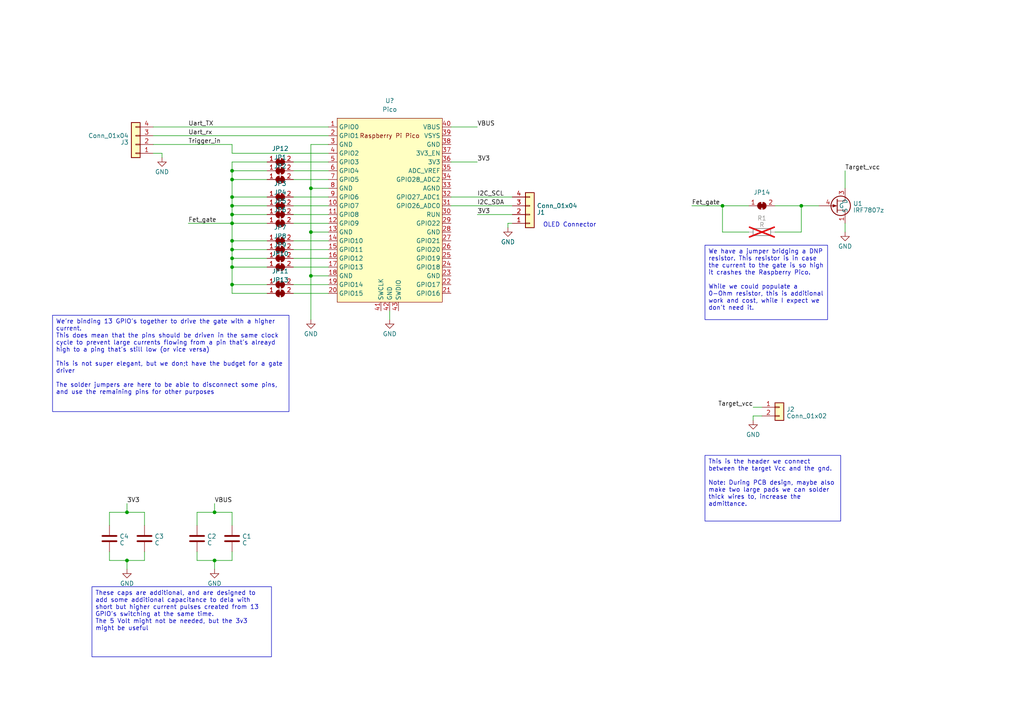
<source format=kicad_sch>
(kicad_sch (version 20230121) (generator eeschema)
  (paper "A4")
  (title_block (title "Glitchifier 9000") (date "2023-02-11") (rev "0.1") (company "Riscure Federation of Entertainers and Funny Endeavors (RISCUFEFE)") (comment 1 "Jetse Brouwer"))
  (lib_symbols
    (symbol "Connector_Generic:Conn_01x02" (pin_names (offset 1.016) hide)
      (property "Reference" "J" (at 0 2.54 0))
      (property "Value" "Conn_01x02" (at 0 -5.08 0))
      (symbol "Conn_01x02_1_1"
        (rectangle (start -1.27 -2.413) (end 0 -2.667) (stroke (width 0.1524)))
        (rectangle (start -1.27 0.127) (end 0 -0.127) (stroke (width 0.1524)))
        (rectangle (start -1.27 1.27) (end 1.27 -3.81) (stroke (width 0.254)) (fill (type background)))
        (pin passive line (at -5.08 0 0) (length 3.81) (name "Pin_1") (number "1"))
        (pin passive line (at -5.08 -2.54 0) (length 3.81) (name "Pin_2") (number "2"))
      )
    )
    (symbol "Connector_Generic:Conn_01x04" (pin_names (offset 1.016) hide)
      (property "Reference" "J" (at 0 5.08 0))
      (property "Value" "Conn_01x04" (at 0 -7.62 0))
      (symbol "Conn_01x04_1_1"
        (rectangle (start -1.27 -4.953) (end 0 -5.207) (stroke (width 0.1524)))
        (rectangle (start -1.27 -2.413) (end 0 -2.667) (stroke (width 0.1524)))
        (rectangle (start -1.27 0.127) (end 0 -0.127) (stroke (width 0.1524)))
        (rectangle (start -1.27 2.667) (end 0 2.413) (stroke (width 0.1524)))
        (rectangle (start -1.27 3.81) (end 1.27 -6.35) (stroke (width 0.254)) (fill (type background)))
        (pin passive line (at -5.08 2.54 0) (length 3.81) (name "Pin_1") (number "1"))
        (pin passive line (at -5.08 0 0) (length 3.81) (name "Pin_2") (number "2"))
        (pin passive line (at -5.08 -2.54 0) (length 3.81) (name "Pin_3") (number "3"))
        (pin passive line (at -5.08 -5.08 0) (length 3.81) (name "Pin_4") (number "4"))
      )
    )
    (symbol "Device:C" (pin_numbers hide) (pin_names (offset 0.254))
      (property "Reference" "C" (at 0.635 2.54 0))
      (property "Value" "C" (at 0.635 -2.54 0))
      (symbol "C_0_1"
        (polyline (pts (xy -2.032 -0.762) (xy 2.032 -0.762)) (stroke (width 0.508)))
        (polyline (pts (xy -2.032 0.762) (xy 2.032 0.762)) (stroke (width 0.508)))
      )
      (symbol "C_1_1"
        (pin passive line (at 0 3.81 270) (length 2.794) (name "~") (number "1"))
        (pin passive line (at 0 -3.81 90) (length 2.794) (name "~") (number "2"))
      )
    )
    (symbol "Device:R" (pin_numbers hide) (pin_names (offset 0))
      (property "Reference" "R" (at 2.032 0 90))
      (property "Value" "R" (at 0 0 90))
      (symbol "R_0_1"
        (rectangle (start -1.016 -2.54) (end 1.016 2.54) (stroke (width 0.254)))
      )
      (symbol "R_1_1"
        (pin passive line (at 0 3.81 270) (length 1.27) (name "~") (number "1"))
        (pin passive line (at 0 -3.81 90) (length 1.27) (name "~") (number "2"))
      )
    )
    (symbol "IRF7807z:IRF7807z"
      (property "Reference" "U" (at -5.08 5.08 0))
      (property "Value" "IRF7807z" (at -6.35 -3.81 0))
      (symbol "IRF7807z_0_1"
        (polyline (pts (xy -1.016 1.905) (xy -1.016 -1.905) (xy -1.016 -1.905)) (stroke (width 0.254)))
        (polyline (pts (xy 1.27 -2.54) (xy 1.27 -1.27) (xy -1.016 -1.27)))
        (polyline (pts (xy 1.27 2.54) (xy 1.27 1.397) (xy -1.016 1.397)))
        (polyline (pts (xy -1.27 0) (xy -2.286 0.381) (xy -2.286 -0.381) (xy -1.27 0)) (fill (type outline)))
        (circle (center 0 0) (radius 2.8194) (stroke (width 0.254)))
      )
      (symbol "IRF7807z_1_1"
        (pin passive line (at 1.27 -5.08 90) (length 2.54) (name "S") (number "1"))
        (pin passive line (at 1.27 5.08 270) (length 2.54) (name "D") (number "3"))
        (pin input line (at -6.35 0 0) (length 5.334) (name "G") (number "4"))
      )
    )
    (symbol "Jumper:SolderJumper_2_Bridged" (pin_names (offset 0) hide)
      (property "Reference" "JP" (at 0 2.032 0))
      (property "Value" "SolderJumper_2_Bridged" (at 0 -2.54 0))
      (symbol "SolderJumper_2_Bridged_0_1"
        (rectangle (start -0.508 0.508) (end 0.508 -0.508) (fill (type outline)))
        (arc (start -0.254 1.016) (mid -1.2656 0) (end -0.254 -1.016))
        (arc (start -0.254 1.016) (mid -1.2656 0) (end -0.254 -1.016) (fill (type outline)))
        (polyline (pts (xy -0.254 1.016) (xy -0.254 -1.016)))
        (polyline (pts (xy 0.254 1.016) (xy 0.254 -1.016)))
        (arc (start 0.254 -1.016) (mid 1.2656 0) (end 0.254 1.016))
        (arc (start 0.254 -1.016) (mid 1.2656 0) (end 0.254 1.016) (fill (type outline)))
      )
      (symbol "SolderJumper_2_Bridged_1_1"
        (pin passive line (at -3.81 0 0) (length 2.54) (name "A") (number "1"))
        (pin passive line (at 3.81 0 180) (length 2.54) (name "B") (number "2"))
      )
    )
    (symbol "MCU_RaspberryPi_and_Boards:Pico"
      (property "Reference" "U" (at -13.97 27.94 0))
      (property "Value" "Pico" (at 0 19.05 0))
      (symbol "Pico_0_0"
        (text "Raspberry Pi Pico" (at 0 21.59 0) (effects (font (size 1.27 1.27))))
      )
      (symbol "Pico_0_1"
        (rectangle (start -15.24 26.67) (end 15.24 -26.67) (fill (type background)))
      )
      (symbol "Pico_1_1"
        (pin bidirectional line (at -17.78 24.13 0) (length 2.54) (name "GPIO0") (number "1"))
        (pin bidirectional line (at -17.78 1.27 0) (length 2.54) (name "GPIO7") (number "10"))
        (pin bidirectional line (at -17.78 -1.27 0) (length 2.54) (name "GPIO8") (number "11"))
        (pin bidirectional line (at -17.78 -3.81 0) (length 2.54) (name "GPIO9") (number "12"))
        (pin power_in line (at -17.78 -6.35 0) (length 2.54) (name "GND") (number "13"))
        (pin bidirectional line (at -17.78 -8.89 0) (length 2.54) (name "GPIO10") (number "14"))
        (pin bidirectional line (at -17.78 -11.43 0) (length 2.54) (name "GPIO11") (number "15"))
        (pin bidirectional line (at -17.78 -13.97 0) (length 2.54) (name "GPIO12") (number "16"))
        (pin bidirectional line (at -17.78 -16.51 0) (length 2.54) (name "GPIO13") (number "17"))
        (pin power_in line (at -17.78 -19.05 0) (length 2.54) (name "GND") (number "18"))
        (pin bidirectional line (at -17.78 -21.59 0) (length 2.54) (name "GPIO14") (number "19"))
        (pin bidirectional line (at -17.78 21.59 0) (length 2.54) (name "GPIO1") (number "2"))
        (pin bidirectional line (at -17.78 -24.13 0) (length 2.54) (name "GPIO15") (number "20"))
        (pin bidirectional line (at 17.78 -24.13 180) (length 2.54) (name "GPIO16") (number "21"))
        (pin bidirectional line (at 17.78 -21.59 180) (length 2.54) (name "GPIO17") (number "22"))
        (pin power_in line (at 17.78 -19.05 180) (length 2.54) (name "GND") (number "23"))
        (pin bidirectional line (at 17.78 -16.51 180) (length 2.54) (name "GPIO18") (number "24"))
        (pin bidirectional line (at 17.78 -13.97 180) (length 2.54) (name "GPIO19") (number "25"))
        (pin bidirectional line (at 17.78 -11.43 180) (length 2.54) (name "GPIO20") (number "26"))
        (pin bidirectional line (at 17.78 -8.89 180) (length 2.54) (name "GPIO21") (number "27"))
        (pin power_in line (at 17.78 -6.35 180) (length 2.54) (name "GND") (number "28"))
        (pin bidirectional line (at 17.78 -3.81 180) (length 2.54) (name "GPIO22") (number "29"))
        (pin power_in line (at -17.78 19.05 0) (length 2.54) (name "GND") (number "3"))
        (pin input line (at 17.78 -1.27 180) (length 2.54) (name "RUN") (number "30"))
        (pin bidirectional line (at 17.78 1.27 180) (length 2.54) (name "GPIO26_ADC0") (number "31"))
        (pin bidirectional line (at 17.78 3.81 180) (length 2.54) (name "GPIO27_ADC1") (number "32"))
        (pin power_in line (at 17.78 6.35 180) (length 2.54) (name "AGND") (number "33"))
        (pin bidirectional line (at 17.78 8.89 180) (length 2.54) (name "GPIO28_ADC2") (number "34"))
        (pin power_in line (at 17.78 11.43 180) (length 2.54) (name "ADC_VREF") (number "35"))
        (pin power_in line (at 17.78 13.97 180) (length 2.54) (name "3V3") (number "36"))
        (pin input line (at 17.78 16.51 180) (length 2.54) (name "3V3_EN") (number "37"))
        (pin bidirectional line (at 17.78 19.05 180) (length 2.54) (name "GND") (number "38"))
        (pin power_in line (at 17.78 21.59 180) (length 2.54) (name "VSYS") (number "39"))
        (pin bidirectional line (at -17.78 16.51 0) (length 2.54) (name "GPIO2") (number "4"))
        (pin power_in line (at 17.78 24.13 180) (length 2.54) (name "VBUS") (number "40"))
        (pin input line (at -2.54 -29.21 90) (length 2.54) (name "SWCLK") (number "41"))
        (pin power_in line (at 0 -29.21 90) (length 2.54) (name "GND") (number "42"))
        (pin bidirectional line (at 2.54 -29.21 90) (length 2.54) (name "SWDIO") (number "43"))
        (pin bidirectional line (at -17.78 13.97 0) (length 2.54) (name "GPIO3") (number "5"))
        (pin bidirectional line (at -17.78 11.43 0) (length 2.54) (name "GPIO4") (number "6"))
        (pin bidirectional line (at -17.78 8.89 0) (length 2.54) (name "GPIO5") (number "7"))
        (pin power_in line (at -17.78 6.35 0) (length 2.54) (name "GND") (number "8"))
        (pin bidirectional line (at -17.78 3.81 0) (length 2.54) (name "GPIO6") (number "9"))
      )
    )
    (symbol "power:GND" (power) (pin_names (offset 0))
      (property "Value" "GND" (at 0 -3.81 0))
      (symbol "GND_0_1"
        (polyline (pts (xy 0 0) (xy 0 -1.27) (xy 1.27 -1.27) (xy 0 -2.54) (xy -1.27 -1.27) (xy 0 -1.27)))
      )
      (symbol "GND_1_1"
        (pin power_in line (at 0 0 270) (length 0) hide (name "GND") (number "1"))
      )
    )
  )
  (junction (at 67.31 62.23))
  (junction (at 62.23 148.59))
  (junction (at 67.31 57.15))
  (junction (at 67.31 52.07))
  (junction (at 67.31 49.53))
  (junction (at 90.17 67.31))
  (junction (at 67.31 69.85))
  (junction (at 67.31 72.39))
  (junction (at 67.31 74.93))
  (junction (at 67.31 82.55))
  (junction (at 67.31 77.47))
  (junction (at 67.31 59.69))
  (junction (at 209.55 59.69))
  (junction (at 36.83 148.59))
  (junction (at 90.17 54.61))
  (junction (at 36.83 162.56))
  (junction (at 62.23 162.56))
  (junction (at 232.41 59.69))
  (junction (at 90.17 80.01))
  (junction (at 67.31 64.77))
  (wire (pts (xy 57.15 152.4) (xy 57.15 148.59)))
  (wire (pts (xy 67.31 77.47) (xy 67.31 82.55)))
  (wire (pts (xy 85.09 69.85) (xy 95.25 69.85)))
  (wire (pts (xy 44.45 44.45) (xy 46.99 44.45)))
  (wire (pts (xy 138.43 62.23) (xy 148.59 62.23)))
  (wire (pts (xy 85.09 64.77) (xy 95.25 64.77)))
  (wire (pts (xy 85.09 77.47) (xy 95.25 77.47)))
  (wire (pts (xy 67.31 52.07) (xy 67.31 49.53)))
  (wire (pts (xy 209.55 67.31) (xy 209.55 59.69)))
  (wire (pts (xy 36.83 162.56) (xy 41.91 162.56)))
  (wire (pts (xy 95.25 54.61) (xy 90.17 54.61)))
  (wire (pts (xy 85.09 57.15) (xy 95.25 57.15)))
  (wire (pts (xy 62.23 162.56) (xy 67.31 162.56)))
  (wire (pts (xy 36.83 148.59) (xy 41.91 148.59)))
  (wire (pts (xy 218.44 118.11) (xy 220.98 118.11)))
  (wire (pts (xy 90.17 80.01) (xy 90.17 92.71)))
  (wire (pts (xy 130.81 59.69) (xy 148.59 59.69)))
  (wire (pts (xy 90.17 67.31) (xy 95.25 67.31)))
  (wire (pts (xy 67.31 49.53) (xy 77.47 49.53)))
  (wire (pts (xy 90.17 54.61) (xy 90.17 67.31)))
  (wire (pts (xy 67.31 57.15) (xy 67.31 52.07)))
  (wire (pts (xy 90.17 67.31) (xy 90.17 80.01)))
  (wire (pts (xy 147.32 64.77) (xy 147.32 66.04)))
  (wire (pts (xy 200.66 59.69) (xy 209.55 59.69)))
  (wire (pts (xy 67.31 72.39) (xy 77.47 72.39)))
  (wire (pts (xy 62.23 148.59) (xy 67.31 148.59)))
  (wire (pts (xy 44.45 41.91) (xy 67.31 41.91)))
  (wire (pts (xy 130.81 57.15) (xy 148.59 57.15)))
  (wire (pts (xy 67.31 82.55) (xy 77.47 82.55)))
  (wire (pts (xy 67.31 59.69) (xy 67.31 57.15)))
  (wire (pts (xy 67.31 64.77) (xy 67.31 69.85)))
  (wire (pts (xy 44.45 39.37) (xy 95.25 39.37)))
  (wire (pts (xy 67.31 41.91) (xy 67.31 44.45)))
  (wire (pts (xy 67.31 64.77) (xy 77.47 64.77)))
  (wire (pts (xy 62.23 146.05) (xy 62.23 148.59)))
  (wire (pts (xy 46.99 44.45) (xy 46.99 45.72)))
  (wire (pts (xy 218.44 121.92) (xy 218.44 120.65)))
  (wire (pts (xy 232.41 67.31) (xy 232.41 59.69)))
  (wire (pts (xy 36.83 146.05) (xy 36.83 148.59)))
  (wire (pts (xy 218.44 120.65) (xy 220.98 120.65)))
  (wire (pts (xy 224.79 59.69) (xy 232.41 59.69)))
  (wire (pts (xy 113.03 90.17) (xy 113.03 92.71)))
  (wire (pts (xy 31.75 160.02) (xy 31.75 162.56)))
  (wire (pts (xy 57.15 162.56) (xy 62.23 162.56)))
  (wire (pts (xy 85.09 59.69) (xy 95.25 59.69)))
  (wire (pts (xy 67.31 162.56) (xy 67.31 160.02)))
  (wire (pts (xy 36.83 162.56) (xy 36.83 165.1)))
  (wire (pts (xy 67.31 64.77) (xy 67.31 62.23)))
  (wire (pts (xy 209.55 59.69) (xy 217.17 59.69)))
  (wire (pts (xy 130.81 46.99) (xy 138.43 46.99)))
  (wire (pts (xy 130.81 36.83) (xy 138.43 36.83)))
  (wire (pts (xy 67.31 69.85) (xy 77.47 69.85)))
  (wire (pts (xy 85.09 82.55) (xy 95.25 82.55)))
  (wire (pts (xy 67.31 85.09) (xy 77.47 85.09)))
  (wire (pts (xy 85.09 72.39) (xy 95.25 72.39)))
  (wire (pts (xy 67.31 72.39) (xy 67.31 74.93)))
  (wire (pts (xy 31.75 162.56) (xy 36.83 162.56)))
  (wire (pts (xy 67.31 57.15) (xy 77.47 57.15)))
  (wire (pts (xy 67.31 74.93) (xy 77.47 74.93)))
  (wire (pts (xy 54.61 64.77) (xy 67.31 64.77)))
  (wire (pts (xy 245.11 49.53) (xy 245.11 54.61)))
  (wire (pts (xy 67.31 49.53) (xy 67.31 46.99)))
  (wire (pts (xy 31.75 148.59) (xy 36.83 148.59)))
  (wire (pts (xy 85.09 74.93) (xy 95.25 74.93)))
  (wire (pts (xy 57.15 160.02) (xy 57.15 162.56)))
  (wire (pts (xy 41.91 160.02) (xy 41.91 162.56)))
  (wire (pts (xy 85.09 49.53) (xy 95.25 49.53)))
  (wire (pts (xy 67.31 46.99) (xy 77.47 46.99)))
  (wire (pts (xy 67.31 77.47) (xy 77.47 77.47)))
  (wire (pts (xy 85.09 46.99) (xy 95.25 46.99)))
  (wire (pts (xy 62.23 162.56) (xy 62.23 165.1)))
  (wire (pts (xy 90.17 41.91) (xy 90.17 54.61)))
  (wire (pts (xy 90.17 80.01) (xy 95.25 80.01)))
  (wire (pts (xy 85.09 62.23) (xy 95.25 62.23)))
  (wire (pts (xy 67.31 59.69) (xy 77.47 59.69)))
  (wire (pts (xy 31.75 152.4) (xy 31.75 148.59)))
  (wire (pts (xy 224.79 67.31) (xy 232.41 67.31)))
  (wire (pts (xy 67.31 82.55) (xy 67.31 85.09)))
  (wire (pts (xy 67.31 52.07) (xy 77.47 52.07)))
  (wire (pts (xy 85.09 52.07) (xy 95.25 52.07)))
  (wire (pts (xy 217.17 67.31) (xy 209.55 67.31)))
  (wire (pts (xy 67.31 74.93) (xy 67.31 77.47)))
  (wire (pts (xy 95.25 41.91) (xy 90.17 41.91)))
  (wire (pts (xy 41.91 152.4) (xy 41.91 148.59)))
  (wire (pts (xy 44.45 36.83) (xy 95.25 36.83)))
  (wire (pts (xy 148.59 64.77) (xy 147.32 64.77)))
  (wire (pts (xy 57.15 148.59) (xy 62.23 148.59)))
  (wire (pts (xy 67.31 69.85) (xy 67.31 72.39)))
  (wire (pts (xy 67.31 148.59) (xy 67.31 152.4)))
  (wire (pts (xy 67.31 62.23) (xy 67.31 59.69)))
  (wire (pts (xy 67.31 44.45) (xy 95.25 44.45)))
  (wire (pts (xy 85.09 85.09) (xy 95.25 85.09)))
  (wire (pts (xy 67.31 62.23) (xy 77.47 62.23)))
  (wire (pts (xy 232.41 59.69) (xy 237.49 59.69)))
  (wire (pts (xy 245.11 64.77) (xy 245.11 67.31)))
  (text_box "We have a jumper bridging a DNP resistor. This resistor is in case the current to the gate is so high it crashes the Raspberry Pico.\n\nWhile we could populate a 0-Ohm resistor, this is additional work and cost, while I expect we don't need it." (at 204.47 71.12 0) (size 35.56 21.59) (effects (font (size 1.27 1.27)) (justify left top)))
  (text_box "These caps are additional, and are designed to add some additional capacitance to dela with short but higher current pulses created from 13 GPIO's switching at the same time.\nThe 5 Volt might not be needed, but the 3v3 might be useful" (at 26.67 170.18 0) (size 52.07 20.32) (effects (font (size 1.27 1.27)) (justify left top)))
  (text_box "This is the header we connect between the target Vcc and the gnd.\n\nNote: During PCB design, maybe also make two large pads we can solder thick wires to, increase the admittance." (at 204.47 132.08 0) (size 39.37 19.05) (effects (font (size 1.27 1.27)) (justify left top)))
  (text_box "We're binding 13 GPIO's together to drive the gate with a higher current.\nThis does mean that the pins should be driven in the same clock cycle to prevent large currents flowing from a pin that's alreayd high to a ping that's still low (or vice versa)\n\nThis is not super elegant, but we don;t have the budget for a gate driver\n\nThe solder jumpers are here to be able to disconnect some pins, and use the remaining pins for other purposes\n" (at 15.24 91.44 0) (size 68.58 27.94) (effects (font (size 1.27 1.27)) (justify left top)))
  (text "OLED Connector" (at 157.48 66.04 0) (effects (font (size 1.27 1.27)) (justify left bottom)))
  (label "3V3" (at 138.43 62.23 0))
  (label "3V3" (at 138.43 46.99 0))
  (label "Uart_TX" (at 54.61 36.83 0))
  (label "VBUS" (at 138.43 36.83 0))
  (label "I2C_SDA" (at 138.43 59.69 0))
  (label "VBUS" (at 62.23 146.05 0))
  (label "3V3" (at 36.83 146.05 0))
  (label "Fet_gate" (at 54.61 64.77 0))
  (label "Trigger_in" (at 54.61 41.91 0))
  (label "Uart_rx" (at 54.61 39.37 0))
  (label "I2C_SCL" (at 138.43 57.15 0))
  (label "Target_vcc" (at 245.11 49.53 0))
  (label "Fet_gate" (at 200.66 59.69 0))
  (label "Target_vcc" (at 218.44 118.11 180))
  (symbol (lib_id "Device:C") (at 67.31 156.21 0) (unit 1)
    (property "Reference" "C1" (at 70.231 155.5663 0) (effects (justify left)))
    (property "Value" "C" (at 70.231 157.4873 0) (effects (justify left)))
  )
  (symbol (lib_id "Device:C") (at 57.15 156.21 0) (unit 1)
    (property "Reference" "C2" (at 60.071 155.5663 0) (effects (justify left)))
    (property "Value" "C" (at 60.071 157.4873 0) (effects (justify left)))
  )
  (symbol (lib_id "Jumper:SolderJumper_2_Bridged") (at 81.28 46.99 0) (unit 1)
    (property "Reference" "JP12" (at 81.28 43.0911 0))
    (property "Value" "SolderJumper_2_Bridged" (effects hide))
  )
  (symbol (lib_id "Jumper:SolderJumper_2_Bridged") (at 81.28 59.69 0) (unit 1)
    (property "Reference" "JP4" (at 81.28 55.7911 0))
    (property "Value" "SolderJumper_2_Bridged" (effects hide))
  )
  (symbol (lib_id "Jumper:SolderJumper_2_Bridged") (at 81.28 64.77 0) (unit 1)
    (property "Reference" "JP6" (at 81.28 60.8711 0))
    (property "Value" "SolderJumper_2_Bridged" (effects hide))
  )
  (symbol (lib_id "Connector_Generic:Conn_01x02") (at 226.06 118.11 0) (unit 1)
    (property "Reference" "J2" (at 228.092 118.7363 0) (effects (justify left)))
    (property "Value" "Conn_01x02" (at 228.092 120.6573 0) (effects (justify left)))
  )
  (symbol (lib_id "Connector_Generic:Conn_01x04") (at 153.67 62.23 0) (mirror x) (unit 1)
    (property "Reference" "J1" (at 155.702 61.6037 0) (effects (justify left)))
    (property "Value" "Conn_01x04" (at 155.702 59.6827 0) (effects (justify left)))
  )
  (symbol (lib_id "Jumper:SolderJumper_2_Bridged") (at 81.28 85.09 0) (unit 1)
    (property "Reference" "JP13" (at 81.28 81.1911 0))
    (property "Value" "SolderJumper_2_Bridged" (effects hide))
  )
  (symbol (lib_id "power:GND") (at 147.32 66.04 0) (unit 1)
    (property "Reference" "#PWR04" (effects hide))
    (property "Value" "GND" (at 147.32 70.1755 0))
  )
  (symbol (lib_id "Device:C") (at 31.75 156.21 0) (unit 1)
    (property "Reference" "C4" (at 34.671 155.5663 0) (effects (justify left)))
    (property "Value" "C" (at 34.671 157.4873 0) (effects (justify left)))
  )
  (symbol (lib_id "power:GND") (at 46.99 45.72 0) (unit 1)
    (property "Reference" "#PWR08" (effects hide))
    (property "Value" "GND" (at 46.99 49.8555 0))
  )
  (symbol (lib_id "Jumper:SolderJumper_2_Bridged") (at 81.28 57.15 0) (unit 1)
    (property "Reference" "JP3" (at 81.28 53.2511 0))
    (property "Value" "SolderJumper_2_Bridged" (effects hide))
  )
  (symbol (lib_id "Device:R") (at 220.98 67.31 90) (unit 1) (dnp yes)
    (property "Reference" "R1" (at 220.98 63.2841 90))
    (property "Value" "R" (at 220.98 65.2051 90))
  )
  (symbol (lib_id "Jumper:SolderJumper_2_Bridged") (at 81.28 77.47 0) (unit 1)
    (property "Reference" "JP10" (at 81.28 73.5711 0))
    (property "Value" "SolderJumper_2_Bridged" (effects hide))
  )
  (symbol (lib_id "power:GND") (at 62.23 165.1 0) (unit 1)
    (property "Reference" "#PWR06" (effects hide))
    (property "Value" "GND" (at 62.23 169.2355 0))
  )
  (symbol (lib_id "MCU_RaspberryPi_and_Boards:Pico") (at 113.03 60.96 0) (unit 1)
    (property "Reference" "U?" (at 113.03 29.21 0))
    (property "Value" "Pico" (at 113.03 31.75 0))
    (property "Footprint" "RPi_Pico:RPi_Pico_SMD_TH" (effects hide))
  )
  (symbol (lib_id "power:GND") (at 36.83 165.1 0) (unit 1)
    (property "Reference" "#PWR05" (effects hide))
    (property "Value" "GND" (at 36.83 169.2355 0))
  )
  (symbol (lib_id "power:GND") (at 113.03 92.71 0) (unit 1)
    (property "Reference" "#PWR02" (effects hide))
    (property "Value" "GND" (at 113.03 96.8455 0))
  )
  (symbol (lib_id "Jumper:SolderJumper_2_Bridged") (at 81.28 62.23 0) (unit 1)
    (property "Reference" "JP5" (at 81.28 58.3311 0))
    (property "Value" "SolderJumper_2_Bridged" (effects hide))
  )
  (symbol (lib_id "Device:C") (at 41.91 156.21 0) (unit 1)
    (property "Reference" "C3" (at 44.831 155.5663 0) (effects (justify left)))
    (property "Value" "C" (at 44.831 157.4873 0) (effects (justify left)))
  )
  (symbol (lib_id "power:GND") (at 218.44 121.92 0) (unit 1)
    (property "Reference" "#PWR07" (effects hide))
    (property "Value" "GND" (at 218.44 126.0555 0))
  )
  (symbol (lib_id "power:GND") (at 245.11 67.31 0) (unit 1)
    (property "Reference" "#PWR01" (effects hide))
    (property "Value" "GND" (at 245.11 71.4455 0))
  )
  (symbol (lib_id "Jumper:SolderJumper_2_Bridged") (at 81.28 72.39 0) (unit 1)
    (property "Reference" "JP8" (at 81.28 68.4911 0))
    (property "Value" "SolderJumper_2_Bridged" (effects hide))
  )
  (symbol (lib_id "Jumper:SolderJumper_2_Bridged") (at 81.28 82.55 0) (unit 1)
    (property "Reference" "JP11" (at 81.28 78.6511 0))
    (property "Value" "SolderJumper_2_Bridged" (effects hide))
  )
  (symbol (lib_id "Jumper:SolderJumper_2_Bridged") (at 220.98 59.69 0) (unit 1)
    (property "Reference" "JP14" (at 220.98 55.7911 0))
    (property "Value" "SolderJumper_2_Bridged" (effects hide))
  )
  (symbol (lib_id "Jumper:SolderJumper_2_Bridged") (at 81.28 74.93 0) (unit 1)
    (property "Reference" "JP9" (at 81.28 71.0311 0))
    (property "Value" "SolderJumper_2_Bridged" (effects hide))
  )
  (symbol (lib_id "IRF7807z:IRF7807z") (at 243.84 59.69 0) (unit 1)
    (property "Reference" "U1" (at 247.4214 59.0463 0) (effects (justify left)))
    (property "Value" "IRF7807z" (at 247.4214 60.9673 0) (effects (justify left)))
  )
  (symbol (lib_id "power:GND") (at 90.17 92.71 0) (unit 1)
    (property "Reference" "#PWR03" (effects hide))
    (property "Value" "GND" (at 90.17 96.8455 0))
  )
  (symbol (lib_id "Jumper:SolderJumper_2_Bridged") (at 81.28 49.53 0) (unit 1)
    (property "Reference" "JP1" (at 81.28 45.6311 0))
    (property "Value" "SolderJumper_2_Bridged" (effects hide))
  )
  (symbol (lib_id "Connector_Generic:Conn_01x04") (at 39.37 41.91 180) (unit 1)
    (property "Reference" "J3" (at 37.338 41.2837 0) (effects (justify left)))
    (property "Value" "Conn_01x04" (at 37.338 39.3627 0) (effects (justify left)))
  )
  (symbol (lib_id "Jumper:SolderJumper_2_Bridged") (at 81.28 52.07 0) (unit 1)
    (property "Reference" "JP2" (at 81.28 48.1711 0))
    (property "Value" "SolderJumper_2_Bridged" (effects hide))
  )
  (symbol (lib_id "Jumper:SolderJumper_2_Bridged") (at 81.28 69.85 0) (unit 1)
    (property "Reference" "JP7" (at 81.28 65.9511 0))
    (property "Value" "SolderJumper_2_Bridged" (effects hide))
  )
)
</source>
